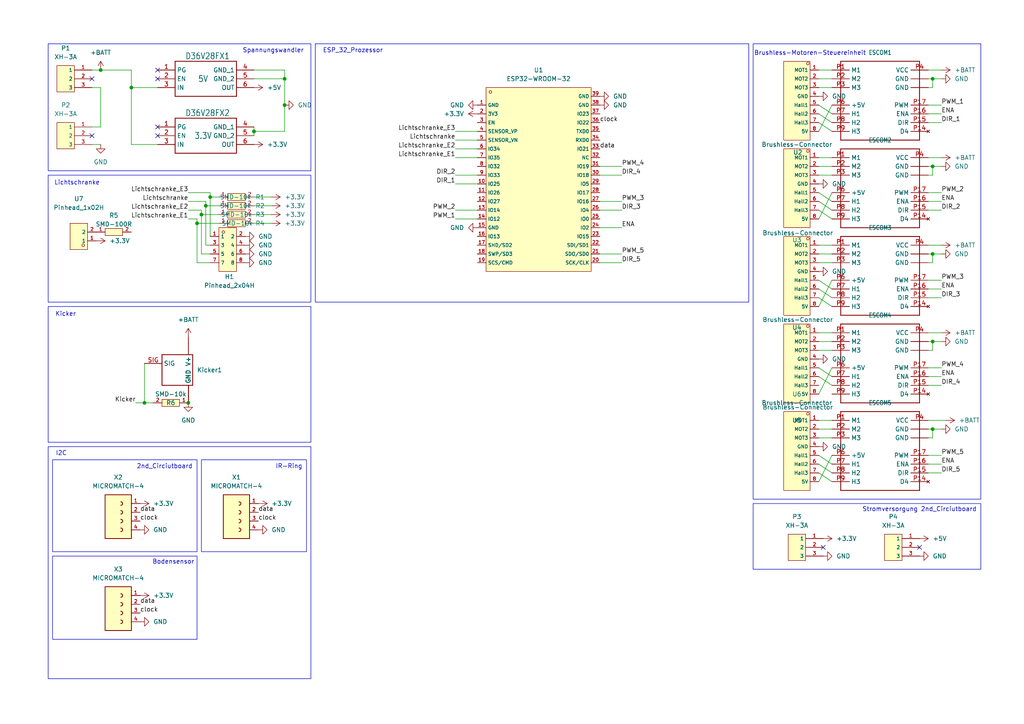
<source format=kicad_sch>
(kicad_sch (version 20250114) (generator "eeschema") (generator_version "9.0")
  (paper "A4")
  (lib_symbols
    (symbol "ESCOM_24/2_1"
      (property "Reference" "ESCOM" (at -11.43 12.7 0))
      (symbol "ESCOM_24/2_1_1_0"
        (pin bidirectional line (at -12.7 7.62 0) (length 5.08) (name "M1") (number "P1"))
        (pin bidirectional line (at -12.7 5.08 0) (length 5.08) (name "M2") (number "P2"))
        (pin bidirectional line (at -12.7 2.54 0) (length 5.08) (name "M3") (number "P3"))
        (pin bidirectional line (at -12.7 -2.54 0) (length 5.08) (name "+5V") (number "P6"))
        (pin bidirectional line (at -12.7 -5.08 0) (length 5.08) (name "H1") (number "P7"))
        (pin bidirectional line (at -12.7 -7.62 0) (length 5.08) (name "H2") (number "P8"))
        (pin bidirectional line (at -12.7 -10.16 0) (length 5.08) (name "H3") (number "P9"))
        (pin power_in line (at 15.24 7.62 180) (length 5.08) (name "VCC") (number "P4"))
        (pin power_in line (at 15.24 5.08 180) (length 5.08) (name "GND") (number "P5"))
        (pin power_in line (at 15.24 2.54 180) (length 5.08) (name "GND") (number "P18"))
        (pin bidirectional line (at 15.24 -2.54 180) (length 5.08) (name "PWM") (number "P17"))
        (pin bidirectional line (at 15.24 -5.08 180) (length 5.08) (name "ENA") (number "P16"))
        (pin bidirectional line (at 15.24 -7.62 180) (length 5.08) (name "DIR") (number "P15"))
        (pin no_connect line (at 15.24 -10.16 180) (length 5.08) (name "D4") (number "P14"))
      )
      (symbol "ESCOM_24/2_1_1_1"
        (pin no_connect line (at -31.75 25.4 0) (length 2.54) (hide yes) (name "P22") (number "P22"))
        (pin no_connect line (at -31.75 22.86 0) (length 2.54) (hide yes) (name "P23") (number "P23"))
        (pin no_connect line (at -31.75 20.32 0) (length 2.54) (hide yes) (name "P24") (number "P24"))
        (pin no_connect line (at -11.43 25.4 0) (length 2.54) (hide yes) (name "P18") (number "P18"))
        (pin no_connect line (at -11.43 22.86 0) (length 2.54) (hide yes) (name "P19") (number "P19"))
        (pin no_connect line (at -11.43 20.32 0) (length 2.54) (hide yes) (name "P20") (number "P20"))
        (pin no_connect line (at -11.43 17.78 0) (length 2.54) (hide yes) (name "P21") (number "P21"))
        (pin no_connect line (at 21.59 25.4 0) (length 2.54) (hide yes) (name "P13") (number "P13"))
        (pin no_connect line (at 21.59 22.86 0) (length 2.54) (hide yes) (name "P12") (number "P12"))
        (pin no_connect line (at 21.59 20.32 0) (length 2.54) (hide yes) (name "P11") (number "P11"))
        (pin no_connect line (at 21.59 17.78 0) (length 2.54) (hide yes) (name "P10") (number "P10"))
      )
    )
    (symbol "ESCOM_24/2_2"
      (property "Reference" "ESCOM" (at -11.43 12.7 0))
      (symbol "ESCOM_24/2_2_1_0"
        (pin bidirectional line (at -12.7 7.62 0) (length 5.08) (name "M1") (number "P1"))
        (pin bidirectional line (at -12.7 5.08 0) (length 5.08) (name "M2") (number "P2"))
        (pin bidirectional line (at -12.7 2.54 0) (length 5.08) (name "M3") (number "P3"))
        (pin bidirectional line (at -12.7 -2.54 0) (length 5.08) (name "+5V") (number "P6"))
        (pin bidirectional line (at -12.7 -5.08 0) (length 5.08) (name "H1") (number "P7"))
        (pin bidirectional line (at -12.7 -7.62 0) (length 5.08) (name "H2") (number "P8"))
        (pin bidirectional line (at -12.7 -10.16 0) (length 5.08) (name "H3") (number "P9"))
        (pin power_in line (at 15.24 7.62 180) (length 5.08) (name "VCC") (number "P4"))
        (pin power_in line (at 15.24 5.08 180) (length 5.08) (name "GND") (number "P5"))
        (pin power_in line (at 15.24 2.54 180) (length 5.08) (name "GND") (number "P18"))
        (pin bidirectional line (at 15.24 -2.54 180) (length 5.08) (name "PWM") (number "P17"))
        (pin bidirectional line (at 15.24 -5.08 180) (length 5.08) (name "ENA") (number "P16"))
        (pin bidirectional line (at 15.24 -7.62 180) (length 5.08) (name "DIR") (number "P15"))
        (pin no_connect line (at 15.24 -10.16 180) (length 5.08) (name "D4") (number "P14"))
      )
      (symbol "ESCOM_24/2_2_1_1"
        (pin no_connect line (at -31.75 25.4 0) (length 2.54) (hide yes) (name "P22") (number "P22"))
        (pin no_connect line (at -31.75 22.86 0) (length 2.54) (hide yes) (name "P23") (number "P23"))
        (pin no_connect line (at -31.75 20.32 0) (length 2.54) (hide yes) (name "P24") (number "P24"))
        (pin no_connect line (at -11.43 25.4 0) (length 2.54) (hide yes) (name "P18") (number "P18"))
        (pin no_connect line (at -11.43 22.86 0) (length 2.54) (hide yes) (name "P19") (number "P19"))
        (pin no_connect line (at -11.43 20.32 0) (length 2.54) (hide yes) (name "P20") (number "P20"))
        (pin no_connect line (at -11.43 17.78 0) (length 2.54) (hide yes) (name "P21") (number "P21"))
        (pin no_connect line (at 21.59 25.4 0) (length 2.54) (hide yes) (name "P13") (number "P13"))
        (pin no_connect line (at 21.59 22.86 0) (length 2.54) (hide yes) (name "P12") (number "P12"))
        (pin no_connect line (at 21.59 20.32 0) (length 2.54) (hide yes) (name "P11") (number "P11"))
        (pin no_connect line (at 21.59 17.78 0) (length 2.54) (hide yes) (name "P10") (number "P10"))
      )
    )
    (symbol "ESCOM_24/2_3"
      (property "Reference" "ESCOM" (at -11.43 12.7 0))
      (symbol "ESCOM_24/2_3_1_0"
        (pin bidirectional line (at -12.7 7.62 0) (length 5.08) (name "M1") (number "P1"))
        (pin bidirectional line (at -12.7 5.08 0) (length 5.08) (name "M2") (number "P2"))
        (pin bidirectional line (at -12.7 2.54 0) (length 5.08) (name "M3") (number "P3"))
        (pin bidirectional line (at -12.7 -2.54 0) (length 5.08) (name "+5V") (number "P6"))
        (pin bidirectional line (at -12.7 -5.08 0) (length 5.08) (name "H1") (number "P7"))
        (pin bidirectional line (at -12.7 -7.62 0) (length 5.08) (name "H2") (number "P8"))
        (pin bidirectional line (at -12.7 -10.16 0) (length 5.08) (name "H3") (number "P9"))
        (pin power_in line (at 15.24 7.62 180) (length 5.08) (name "VCC") (number "P4"))
        (pin power_in line (at 15.24 5.08 180) (length 5.08) (name "GND") (number "P5"))
        (pin power_in line (at 15.24 2.54 180) (length 5.08) (name "GND") (number "P18"))
        (pin bidirectional line (at 15.24 -2.54 180) (length 5.08) (name "PWM") (number "P17"))
        (pin bidirectional line (at 15.24 -5.08 180) (length 5.08) (name "ENA") (number "P16"))
        (pin bidirectional line (at 15.24 -7.62 180) (length 5.08) (name "DIR") (number "P15"))
        (pin no_connect line (at 15.24 -10.16 180) (length 5.08) (name "D4") (number "P14"))
      )
      (symbol "ESCOM_24/2_3_1_1"
        (pin no_connect line (at -31.75 25.4 0) (length 2.54) (hide yes) (name "P22") (number "P22"))
        (pin no_connect line (at -31.75 22.86 0) (length 2.54) (hide yes) (name "P23") (number "P23"))
        (pin no_connect line (at -31.75 20.32 0) (length 2.54) (hide yes) (name "P24") (number "P24"))
        (pin no_connect line (at -11.43 25.4 0) (length 2.54) (hide yes) (name "P18") (number "P18"))
        (pin no_connect line (at -11.43 22.86 0) (length 2.54) (hide yes) (name "P19") (number "P19"))
        (pin no_connect line (at -11.43 20.32 0) (length 2.54) (hide yes) (name "P20") (number "P20"))
        (pin no_connect line (at -11.43 17.78 0) (length 2.54) (hide yes) (name "P21") (number "P21"))
        (pin no_connect line (at 21.59 25.4 0) (length 2.54) (hide yes) (name "P13") (number "P13"))
        (pin no_connect line (at 21.59 22.86 0) (length 2.54) (hide yes) (name "P12") (number "P12"))
        (pin no_connect line (at 21.59 20.32 0) (length 2.54) (hide yes) (name "P11") (number "P11"))
        (pin no_connect line (at 21.59 17.78 0) (length 2.54) (hide yes) (name "P10") (number "P10"))
      )
    )
    (symbol "ESCOM_24/2_4"
      (property "Reference" "ESCOM" (at -11.43 12.7 0))
      (symbol "ESCOM_24/2_4_1_0"
        (pin bidirectional line (at -12.7 7.62 0) (length 5.08) (name "M1") (number "P1"))
        (pin bidirectional line (at -12.7 5.08 0) (length 5.08) (name "M2") (number "P2"))
        (pin bidirectional line (at -12.7 2.54 0) (length 5.08) (name "M3") (number "P3"))
        (pin bidirectional line (at -12.7 -2.54 0) (length 5.08) (name "+5V") (number "P6"))
        (pin bidirectional line (at -12.7 -5.08 0) (length 5.08) (name "H1") (number "P7"))
        (pin bidirectional line (at -12.7 -7.62 0) (length 5.08) (name "H2") (number "P8"))
        (pin bidirectional line (at -12.7 -10.16 0) (length 5.08) (name "H3") (number "P9"))
        (pin power_in line (at 15.24 7.62 180) (length 5.08) (name "VCC") (number "P4"))
        (pin power_in line (at 15.24 5.08 180) (length 5.08) (name "GND") (number "P5"))
        (pin power_in line (at 15.24 2.54 180) (length 5.08) (name "GND") (number "P18"))
        (pin bidirectional line (at 15.24 -2.54 180) (length 5.08) (name "PWM") (number "P17"))
        (pin bidirectional line (at 15.24 -5.08 180) (length 5.08) (name "ENA") (number "P16"))
        (pin bidirectional line (at 15.24 -7.62 180) (length 5.08) (name "DIR") (number "P15"))
        (pin no_connect line (at 15.24 -10.16 180) (length 5.08) (name "D4") (number "P14"))
      )
      (symbol "ESCOM_24/2_4_1_1"
        (pin no_connect line (at -31.75 25.4 0) (length 2.54) (hide yes) (name "P22") (number "P22"))
        (pin no_connect line (at -31.75 22.86 0) (length 2.54) (hide yes) (name "P23") (number "P23"))
        (pin no_connect line (at -31.75 20.32 0) (length 2.54) (hide yes) (name "P24") (number "P24"))
        (pin no_connect line (at -11.43 25.4 0) (length 2.54) (hide yes) (name "P18") (number "P18"))
        (pin no_connect line (at -11.43 22.86 0) (length 2.54) (hide yes) (name "P19") (number "P19"))
        (pin no_connect line (at -11.43 20.32 0) (length 2.54) (hide yes) (name "P20") (number "P20"))
        (pin no_connect line (at -11.43 17.78 0) (length 2.54) (hide yes) (name "P21") (number "P21"))
        (pin no_connect line (at 21.59 25.4 0) (length 2.54) (hide yes) (name "P13") (number "P13"))
        (pin no_connect line (at 21.59 22.86 0) (length 2.54) (hide yes) (name "P12") (number "P12"))
        (pin no_connect line (at 21.59 20.32 0) (length 2.54) (hide yes) (name "P11") (number "P11"))
        (pin no_connect line (at 21.59 17.78 0) (length 2.54) (hide yes) (name "P10") (number "P10"))
      )
    )
    (symbol "bohlebots.lib:+3.3V" (power) (pin_names (offset 0))
      (property "Value" "+3.3V" (at 0 3.556 0))
      (symbol "+3.3V_1_1"
        (pin power_in line (at 0 0 90) (length 0) (hide yes) (name "+3.3V") (number "1"))
      )
    )
    (symbol "bohlebots.lib:+5V" (power) (pin_names (offset 0))
      (property "Value" "+5V" (at 0 3.556 0))
      (symbol "+5V_1_1"
        (pin power_in line (at 0 0 90) (length 0) (hide yes) (name "+5V") (number "1"))
      )
    )
    (symbol "bohlebots.lib:+BATT" (power) (pin_names (offset 0))
      (property "Value" "+BATT" (at 0 3.556 0))
      (symbol "+BATT_1_1"
        (pin power_in line (at 0 0 90) (length 0) (hide yes) (name "+BATT") (number "1"))
      )
    )
    (symbol "bohlebots.lib:Brushless-Connector"
      (property "Reference" "U" (at 0 1.27 0))
      (property "Value" "Brushless-Connector" (at 0 -2.54 0))
      (symbol "Brushless-Connector_1_1"
        (pin unspecified line (at -5.08 8.89 0) (length 2.54) (name "MOT1") (number "1"))
        (pin unspecified line (at -5.08 6.35 0) (length 2.54) (name "MOT2") (number "2"))
        (pin unspecified line (at -5.08 3.81 0) (length 2.54) (name "MOT3") (number "3"))
        (pin unspecified line (at -5.08 1.27 0) (length 2.54) (name "GND") (number "4"))
        (pin unspecified line (at -5.08 -1.27 0) (length 2.54) (name "Hall1") (number "5"))
        (pin unspecified line (at -5.08 -3.81 0) (length 2.54) (name "Hall2") (number "6"))
        (pin unspecified line (at -5.08 -6.35 0) (length 2.54) (name "Hall3") (number "7"))
        (pin unspecified line (at -5.08 -8.89 0) (length 2.54) (name "5V") (number "8"))
      )
    )
    (symbol "bohlebots.lib:D36V28FX"
      (property "Reference" "D36V28FX" (at 24.13 7.62 0))
      (property "Value" "5V" (at 24.13 5.08 0))
      (symbol "D36V28FX_1_0"
        (pin bidirectional line (at 0 0 0) (length 5.08) (name "PG") (number "1"))
        (pin bidirectional line (at 0 -2.54 0) (length 5.08) (name "EN") (number "2"))
        (pin bidirectional line (at 0 -5.08 0) (length 5.08) (name "IN") (number "3"))
        (pin bidirectional line (at 27.94 0 180) (length 5.08) (name "GND_1") (number "4"))
        (pin bidirectional line (at 27.94 -2.54 180) (length 5.08) (name "GND_2") (number "5"))
        (pin bidirectional line (at 27.94 -5.08 180) (length 5.08) (name "OUT") (number "6"))
      )
    )
    (symbol "bohlebots.lib:ESCOM_24/2"
      (property "Reference" "ESCOM" (at -11.43 12.7 0))
      (symbol "ESCOM_24/2_1_0"
        (pin bidirectional line (at -12.7 7.62 0) (length 5.08) (name "M1") (number "P1"))
        (pin bidirectional line (at -12.7 5.08 0) (length 5.08) (name "M2") (number "P2"))
        (pin bidirectional line (at -12.7 2.54 0) (length 5.08) (name "M3") (number "P3"))
        (pin bidirectional line (at -12.7 -2.54 0) (length 5.08) (name "+5V") (number "P6"))
        (pin bidirectional line (at -12.7 -5.08 0) (length 5.08) (name "H1") (number "P7"))
        (pin bidirectional line (at -12.7 -7.62 0) (length 5.08) (name "H2") (number "P8"))
        (pin bidirectional line (at -12.7 -10.16 0) (length 5.08) (name "H3") (number "P9"))
        (pin power_in line (at 15.24 7.62 180) (length 5.08) (name "VCC") (number "P4"))
        (pin power_in line (at 15.24 5.08 180) (length 5.08) (name "GND") (number "P5"))
        (pin power_in line (at 15.24 2.54 180) (length 5.08) (name "GND") (number "P18"))
        (pin bidirectional line (at 15.24 -2.54 180) (length 5.08) (name "PWM") (number "P17"))
        (pin bidirectional line (at 15.24 -5.08 180) (length 5.08) (name "ENA") (number "P16"))
        (pin bidirectional line (at 15.24 -7.62 180) (length 5.08) (name "DIR") (number "P15"))
        (pin no_connect line (at 15.24 -10.16 180) (length 5.08) (name "D4") (number "P14"))
      )
      (symbol "ESCOM_24/2_1_1"
        (pin no_connect line (at -31.75 25.4 0) (length 2.54) (hide yes) (name "P22") (number "P22"))
        (pin no_connect line (at -31.75 22.86 0) (length 2.54) (hide yes) (name "P23") (number "P23"))
        (pin no_connect line (at -31.75 20.32 0) (length 2.54) (hide yes) (name "P24") (number "P24"))
        (pin no_connect line (at -11.43 25.4 0) (length 2.54) (hide yes) (name "P18") (number "P18"))
        (pin no_connect line (at -11.43 22.86 0) (length 2.54) (hide yes) (name "P19") (number "P19"))
        (pin no_connect line (at -11.43 20.32 0) (length 2.54) (hide yes) (name "P20") (number "P20"))
        (pin no_connect line (at -11.43 17.78 0) (length 2.54) (hide yes) (name "P21") (number "P21"))
        (pin no_connect line (at 21.59 25.4 0) (length 2.54) (hide yes) (name "P13") (number "P13"))
        (pin no_connect line (at 21.59 22.86 0) (length 2.54) (hide yes) (name "P12") (number "P12"))
        (pin no_connect line (at 21.59 20.32 0) (length 2.54) (hide yes) (name "P11") (number "P11"))
        (pin no_connect line (at 21.59 17.78 0) (length 2.54) (hide yes) (name "P10") (number "P10"))
      )
    )
    (symbol "bohlebots.lib:ESP32-WROOM-32"
      (property "Reference" "U" (at 0 1.27 0))
      (property "Value" "ESP32-WROOM-32" (at 0 -2.54 0))
      (symbol "ESP32-WROOM-32_0_1"
        (pin unspecified line (at -17.78 22.86 0) (length 2.54) (name "GND") (number "1"))
        (pin unspecified line (at -17.78 20.32 0) (length 2.54) (name "3V3") (number "2"))
        (pin unspecified line (at -17.78 17.78 0) (length 2.54) (name "EN") (number "3"))
        (pin unspecified line (at -17.78 15.24 0) (length 2.54) (name "SENSOR_VP") (number "4"))
        (pin unspecified line (at -17.78 12.7 0) (length 2.54) (name "SENSOR_VN") (number "5"))
        (pin unspecified line (at -17.78 10.16 0) (length 2.54) (name "IO34") (number "6"))
        (pin unspecified line (at -17.78 7.62 0) (length 2.54) (name "IO35") (number "7"))
        (pin unspecified line (at -17.78 5.08 0) (length 2.54) (name "IO32") (number "8"))
        (pin unspecified line (at -17.78 2.54 0) (length 2.54) (name "IO33") (number "9"))
        (pin unspecified line (at -17.78 0 0) (length 2.54) (name "IO25") (number "10"))
        (pin unspecified line (at -17.78 -2.54 0) (length 2.54) (name "IO26") (number "11"))
        (pin unspecified line (at -17.78 -5.08 0) (length 2.54) (name "IO27") (number "12"))
        (pin unspecified line (at -17.78 -7.62 0) (length 2.54) (name "IO14") (number "13"))
        (pin unspecified line (at -17.78 -10.16 0) (length 2.54) (name "IO12") (number "14"))
        (pin unspecified line (at -17.78 -12.7 0) (length 2.54) (name "GND") (number "15"))
        (pin unspecified line (at -17.78 -15.24 0) (length 2.54) (name "IO13") (number "16"))
        (pin unspecified line (at -17.78 -17.78 0) (length 2.54) (name "SHD/SD2") (number "17"))
        (pin unspecified line (at -17.78 -20.32 0) (length 2.54) (name "SWP/SD3") (number "18"))
        (pin unspecified line (at -17.78 -22.86 0) (length 2.54) (name "SCS/CMD") (number "19"))
        (pin unspecified line (at 17.78 25.4 180) (length 2.54) (name "GND") (number "39"))
        (pin unspecified line (at 17.78 22.86 180) (length 2.54) (name "GND") (number "38"))
        (pin unspecified line (at 17.78 20.32 180) (length 2.54) (name "IO23") (number "37"))
        (pin unspecified line (at 17.78 17.78 180) (length 2.54) (name "IO22") (number "36"))
        (pin unspecified line (at 17.78 15.24 180) (length 2.54) (name "TXD0") (number "35"))
        (pin unspecified line (at 17.78 12.7 180) (length 2.54) (name "RXD0") (number "34"))
        (pin unspecified line (at 17.78 10.16 180) (length 2.54) (name "IO21") (number "33"))
        (pin unspecified line (at 17.78 7.62 180) (length 2.54) (name "NC") (number "32"))
        (pin unspecified line (at 17.78 5.08 180) (length 2.54) (name "IO19") (number "31"))
        (pin unspecified line (at 17.78 2.54 180) (length 2.54) (name "IO18") (number "30"))
        (pin unspecified line (at 17.78 0 180) (length 2.54) (name "IO5") (number "29"))
        (pin unspecified line (at 17.78 -2.54 180) (length 2.54) (name "IO17") (number "28"))
        (pin unspecified line (at 17.78 -5.08 180) (length 2.54) (name "IO16") (number "27"))
        (pin unspecified line (at 17.78 -7.62 180) (length 2.54) (name "IO4") (number "26"))
        (pin unspecified line (at 17.78 -10.16 180) (length 2.54) (name "IO0") (number "25"))
        (pin unspecified line (at 17.78 -12.7 180) (length 2.54) (name "IO2") (number "24"))
        (pin unspecified line (at 17.78 -15.24 180) (length 2.54) (name "IO15") (number "23"))
        (pin unspecified line (at 17.78 -17.78 180) (length 2.54) (name "SDI/SD1") (number "22"))
        (pin unspecified line (at 17.78 -20.32 180) (length 2.54) (name "SDO/SD0") (number "21"))
        (pin unspecified line (at 17.78 -22.86 180) (length 2.54) (name "SCK/CLK") (number "20"))
      )
    )
    (symbol "bohlebots.lib:GND" (power) (pin_names (offset 0))
      (property "Value" "GND" (at 0 -3.81 0))
      (symbol "GND_1_1"
        (pin power_in line (at 0 0 270) (length 0) (hide yes) (name "GND") (number "1"))
      )
    )
    (symbol "bohlebots.lib:KICKER"
      (property "Reference" "Kicker" (at -5.08 3.81 0))
      (symbol "KICKER_1_0"
        (pin bidirectional line (at -12.7 0 0) (length 5.08) (name "SIG") (number "SIG"))
        (pin bidirectional line (at 0 7.62 270) (length 5.08) (name "V+") (number "V+1"))
        (pin bidirectional line (at 0 7.62 270) (length 5.08) (name "V+") (number "V+2"))
        (pin bidirectional line (at 0 7.62 270) (length 5.08) (name "V+") (number "V+3"))
        (pin bidirectional line (at 0 -11.43 90) (length 5.08) (name "GND") (number "GND1"))
        (pin bidirectional line (at 0 -11.43 90) (length 5.08) (name "GND") (number "GND2"))
        (pin bidirectional line (at 0 -11.43 90) (length 5.08) (name "GND") (number "GND3"))
        (pin bidirectional line (at 0 -11.43 90) (length 5.08) (name "GND") (number "GND4"))
        (pin bidirectional line (at 0 -11.43 90) (length 5.08) (name "GND") (number "GND5"))
        (pin bidirectional line (at 0 -11.43 90) (length 5.08) (name "GND") (number "GND6"))
        (pin bidirectional line (at 0 -11.43 90) (length 5.08) (name "GND") (number "GND7"))
        (pin bidirectional line (at 0 -11.43 90) (length 5.08) (name "GND") (number "GND8"))
      )
    )
    (symbol "bohlebots.lib:MICROMATCH-4" (pin_names (offset 1.016))
      (property "Reference" "X1" (at -1.27 7.62 0))
      (property "Value" "MICROMATCH-4" (at -1.27 5.08 0))
      (symbol "MICROMATCH-4_0_0"
        (pin bidirectional line (at 5.08 -2.54 180) (length 2.54) (name "~") (number "2"))
        (pin bidirectional line (at 5.08 -5.08 180) (length 2.54) (name "~") (number "3"))
      )
      (symbol "MICROMATCH-4_1_0"
        (pin unspecified line (at 5.08 0 180) (length 2.54) (name "~") (number "1"))
        (pin unspecified line (at 5.08 -7.62 180) (length 2.54) (name "~") (number "4"))
      )
    )
    (symbol "bohlebots.lib:Pinhead_1x02H"
      (property "Reference" "U" (at 0 1.27 0))
      (property "Value" "Pinhead_1x02H" (at 0 -2.54 0))
      (symbol "Pinhead_1x02H_0_1"
        (pin unspecified line (at -5.08 1.27 0) (length 2.54) (name "1") (number "1"))
        (pin unspecified line (at -5.08 -1.27 0) (length 2.54) (name "2") (number "2"))
      )
    )
    (symbol "bohlebots.lib:Pinhead_2x04H"
      (property "Reference" "H" (at 0 1.27 0))
      (property "Value" "Pinhead_2x04H" (at 0 -2.54 0))
      (symbol "Pinhead_2x04H_0_1"
        (pin unspecified line (at -5.08 3.81 0) (length 2.54) (name "1") (number "1"))
        (pin unspecified line (at -5.08 1.27 0) (length 2.54) (name "3") (number "3"))
        (pin unspecified line (at -5.08 -1.27 0) (length 2.54) (name "5") (number "5"))
        (pin unspecified line (at -5.08 -3.81 0) (length 2.54) (name "7") (number "7"))
        (pin unspecified line (at 5.08 3.81 180) (length 2.54) (name "2") (number "2"))
        (pin unspecified line (at 5.08 1.27 180) (length 2.54) (name "4") (number "4"))
        (pin unspecified line (at 5.08 -1.27 180) (length 2.54) (name "6") (number "6"))
        (pin unspecified line (at 5.08 -3.81 180) (length 2.54) (name "8") (number "8"))
      )
    )
    (symbol "bohlebots.lib:SMD-100R" (pin_names (hide yes))
      (property "Reference" "R" (at 0 1.27 0))
      (property "Value" "SMD-100R" (at 0 -2.54 0))
      (symbol "SMD-100R_1_1"
        (pin unspecified line (at -5.08 0 0) (length 2.54) (name "1") (number "1"))
        (pin unspecified line (at 5.08 0 180) (length 2.54) (name "2") (number "2"))
      )
    )
    (symbol "bohlebots.lib:SMD-10k" (pin_names (hide yes))
      (property "Reference" "R" (at 0 1.27 0))
      (property "Value" "SMD-10k" (at 0 -2.54 0))
      (symbol "SMD-10k_1_1"
        (pin unspecified line (at -5.08 0 0) (length 2.54) (name "1") (number "1"))
        (pin unspecified line (at 5.08 0 180) (length 2.54) (name "2") (number "2"))
      )
    )
    (symbol "bohlebots.lib:XH-3A"
      (property "Reference" "P" (at 0 1.27 0))
      (property "Value" "XH-3A" (at 0 -2.54 0))
      (symbol "XH-3A_0_1"
        (pin unspecified line (at 5.08 2.54 180) (length 5.08) (name "1") (number "1"))
        (pin unspecified line (at 5.08 0 180) (length 5.08) (name "2") (number "2"))
        (pin unspecified line (at 5.08 -2.54 180) (length 5.08) (name "3") (number "3"))
      )
    )
  )
  (rectangle (start 218.44 146.05) (end 284.48 165.1))
  (rectangle (start 58.42 133.35) (end 88.9 160.02))
  (rectangle (start 218.44 12.7) (end 284.48 144.78))
  (rectangle (start 15.24 133.35) (end 57.15 160.02))
  (rectangle (start 91.44 12.7) (end 217.17 87.63))
  (rectangle (start 15.24 161.29) (end 57.15 185.42))
  (rectangle (start 13.97 88.9) (end 90.17 128.27))
  (rectangle (start 13.97 129.54) (end 90.17 196.85))
  (rectangle (start 13.97 12.7) (end 90.17 49.53))
  (rectangle (start 13.97 50.8) (end 90.17 87.63))
  (text "Bodensensor" (at 50.292 163.068 0) (effects (font (size 1.27 1.27))))
  (text "Lichtschranke" (at 22.352 53.086 0) (effects (font (size 1.27 1.27))))
  (text "Kicker" (at 19.05 91.186 0) (effects (font (size 1.27 1.27))))
  (text "ESP_32_Prozessor" (at 102.362 14.732 0) (effects (font (size 1.27 1.27))))
  (text "I2C\n" (at 17.78 131.572 0) (effects (font (size 1.27 1.27))))
  (text "Spannungswandler" (at 79.248 14.732 0) (effects (font (size 1.27 1.27))))
  (text "IR-Ring\n" (at 83.82 135.382 0) (effects (font (size 1.27 1.27))))
  (text "Brushless-Motoren-Steuereinheit" (at 234.95 15.494 0) (effects (font (size 1.27 1.27))))
  (text "Stromversorgung 2nd_Circiutboard" (at 266.7 147.828 0) (effects (font (size 1.27 1.27))))
  (text "2nd_Circiutboard" (at 47.752 135.382 0) (effects (font (size 1.27 1.27))))
  (junction (at 270.51 124.46))
  (junction (at 54.61 116.84))
  (junction (at 38.1 25.4))
  (junction (at 41.91 116.84))
  (junction (at 59.69 59.69))
  (junction (at 29.21 20.32))
  (junction (at 60.96 57.15))
  (junction (at 270.51 22.86))
  (junction (at 270.51 99.06))
  (junction (at 82.55 30.48))
  (junction (at 58.42 62.23))
  (junction (at 270.51 73.66))
  (junction (at 73.66 38.1))
  (junction (at 270.51 48.26))
  (junction (at 57.15 64.77))
  (junction (at 82.55 22.86))
  (no_connect (at 45.72 36.83))
  (no_connect (at 26.67 22.86))
  (no_connect (at 45.72 22.86))
  (no_connect (at 266.7 158.75))
  (no_connect (at 45.72 39.37))
  (no_connect (at 26.67 39.37))
  (no_connect (at 45.72 20.32))
  (no_connect (at 238.76 158.75))
  (wire (pts (xy 237.49 76.2) (xy 241.3 76.2)))
  (wire (pts (xy 273.05 106.68) (xy 269.24 106.68)))
  (wire (pts (xy 237.49 124.46) (xy 241.3 124.46)))
  (wire (pts (xy 237.49 121.92) (xy 241.3 121.92)))
  (wire (pts (xy 132.08 45.72) (xy 138.43 45.72)))
  (wire (pts (xy 237.49 132.08) (xy 241.3 134.62)))
  (wire (pts (xy 237.49 58.42) (xy 241.3 60.96)))
  (wire (pts (xy 269.24 60.96) (xy 273.05 60.96)))
  (wire (pts (xy 57.15 64.77) (xy 63.5 64.77)))
  (wire (pts (xy 38.1 25.4) (xy 45.72 25.4)))
  (wire (pts (xy 269.24 121.92) (xy 274.32 121.92)))
  (wire (pts (xy 173.99 58.42) (xy 180.34 58.42)))
  (wire (pts (xy 26.67 20.32) (xy 29.21 20.32)))
  (wire (pts (xy 241.3 101.6) (xy 237.49 101.6)))
  (wire (pts (xy 73.66 22.86) (xy 82.55 22.86)))
  (wire (pts (xy 82.55 30.48) (xy 82.55 38.1)))
  (wire (pts (xy 237.49 35.56) (xy 241.3 38.1)))
  (wire (pts (xy 60.96 73.66) (xy 58.42 73.66)))
  (wire (pts (xy 73.66 20.32) (xy 82.55 20.32)))
  (wire (pts (xy 58.42 73.66) (xy 58.42 62.23)))
  (wire (pts (xy 270.51 48.26) (xy 273.05 48.26)))
  (wire (pts (xy 270.51 99.06) (xy 273.05 99.06)))
  (wire (pts (xy 237.49 83.82) (xy 241.3 86.36)))
  (wire (pts (xy 237.49 106.68) (xy 241.3 109.22)))
  (wire (pts (xy 269.24 137.16) (xy 273.05 137.16)))
  (wire (pts (xy 73.66 59.69) (xy 78.74 59.69)))
  (wire (pts (xy 59.69 59.69) (xy 63.5 59.69)))
  (wire (pts (xy 237.49 109.22) (xy 241.3 111.76)))
  (wire (pts (xy 173.99 48.26) (xy 180.34 48.26)))
  (wire (pts (xy 269.24 25.4) (xy 270.51 25.4)))
  (wire (pts (xy 270.51 101.6) (xy 270.51 99.06)))
  (wire (pts (xy 73.66 57.15) (xy 78.74 57.15)))
  (wire (pts (xy 132.08 50.8) (xy 138.43 50.8)))
  (wire (pts (xy 269.24 45.72) (xy 273.05 45.72)))
  (wire (pts (xy 132.08 60.96) (xy 138.43 60.96)))
  (wire (pts (xy 270.51 127) (xy 270.51 124.46)))
  (wire (pts (xy 269.24 101.6) (xy 270.51 101.6)))
  (wire (pts (xy 132.08 63.5) (xy 138.43 63.5)))
  (wire (pts (xy 58.42 60.96) (xy 54.61 60.96)))
  (wire (pts (xy 26.67 25.4) (xy 29.21 25.4)))
  (wire (pts (xy 29.21 20.32) (xy 38.1 20.32)))
  (wire (pts (xy 57.15 64.77) (xy 57.15 63.5)))
  (wire (pts (xy 270.51 50.8) (xy 270.51 48.26)))
  (wire (pts (xy 269.24 99.06) (xy 270.51 99.06)))
  (wire (pts (xy 132.08 38.1) (xy 138.43 38.1)))
  (wire (pts (xy 270.51 73.66) (xy 273.05 73.66)))
  (wire (pts (xy 237.49 99.06) (xy 241.3 99.06)))
  (wire (pts (xy 82.55 38.1) (xy 73.66 38.1)))
  (wire (pts (xy 237.49 88.9) (xy 241.3 81.28)))
  (wire (pts (xy 237.49 20.32) (xy 241.3 20.32)))
  (wire (pts (xy 132.08 53.34) (xy 138.43 53.34)))
  (wire (pts (xy 38.1 25.4) (xy 38.1 41.91)))
  (wire (pts (xy 73.66 38.1) (xy 73.66 39.37)))
  (wire (pts (xy 269.24 109.22) (xy 273.05 109.22)))
  (wire (pts (xy 57.15 63.5) (xy 54.61 63.5)))
  (wire (pts (xy 241.3 106.68) (xy 237.49 114.3)))
  (wire (pts (xy 237.49 63.5) (xy 241.3 55.88)))
  (wire (pts (xy 273.05 55.88) (xy 269.24 55.88)))
  (wire (pts (xy 269.24 73.66) (xy 270.51 73.66)))
  (wire (pts (xy 38.1 25.4) (xy 38.1 20.32)))
  (wire (pts (xy 269.24 76.2) (xy 270.51 76.2)))
  (wire (pts (xy 237.49 81.28) (xy 241.3 83.82)))
  (wire (pts (xy 241.3 73.66) (xy 237.49 73.66)))
  (wire (pts (xy 60.96 55.88) (xy 54.61 55.88)))
  (wire (pts (xy 269.24 134.62) (xy 273.05 134.62)))
  (wire (pts (xy 39.37 116.84) (xy 41.91 116.84)))
  (wire (pts (xy 270.51 124.46) (xy 273.05 124.46)))
  (wire (pts (xy 237.49 137.16) (xy 241.3 139.7)))
  (wire (pts (xy 270.51 25.4) (xy 270.51 22.86)))
  (wire (pts (xy 269.24 132.08) (xy 273.05 132.08)))
  (wire (pts (xy 269.24 127) (xy 270.51 127)))
  (wire (pts (xy 237.49 134.62) (xy 241.3 137.16)))
  (wire (pts (xy 273.05 33.02) (xy 269.24 33.02)))
  (wire (pts (xy 60.96 57.15) (xy 60.96 55.88)))
  (wire (pts (xy 59.69 71.12) (xy 59.69 59.69)))
  (wire (pts (xy 241.3 50.8) (xy 237.49 50.8)))
  (wire (pts (xy 269.24 20.32) (xy 273.05 20.32)))
  (wire (pts (xy 269.24 111.76) (xy 273.05 111.76)))
  (wire (pts (xy 60.96 68.58) (xy 60.96 57.15)))
  (wire (pts (xy 60.96 57.15) (xy 63.5 57.15)))
  (wire (pts (xy 132.08 43.18) (xy 138.43 43.18)))
  (wire (pts (xy 173.99 60.96) (xy 180.34 60.96)))
  (wire (pts (xy 270.51 76.2) (xy 270.51 73.66)))
  (wire (pts (xy 60.96 71.12) (xy 59.69 71.12)))
  (wire (pts (xy 273.05 30.48) (xy 269.24 30.48)))
  (wire (pts (xy 237.49 60.96) (xy 241.3 63.5)))
  (wire (pts (xy 45.72 41.91) (xy 38.1 41.91)))
  (wire (pts (xy 269.24 58.42) (xy 273.05 58.42)))
  (wire (pts (xy 173.99 73.66) (xy 180.34 73.66)))
  (wire (pts (xy 237.49 33.02) (xy 241.3 35.56)))
  (wire (pts (xy 269.24 50.8) (xy 270.51 50.8)))
  (wire (pts (xy 132.08 40.64) (xy 138.43 40.64)))
  (wire (pts (xy 269.24 48.26) (xy 270.51 48.26)))
  (wire (pts (xy 173.99 76.2) (xy 180.34 76.2)))
  (wire (pts (xy 237.49 25.4) (xy 241.3 25.4)))
  (wire (pts (xy 29.21 36.83) (xy 26.67 36.83)))
  (wire (pts (xy 237.49 48.26) (xy 241.3 48.26)))
  (wire (pts (xy 269.24 86.36) (xy 273.05 86.36)))
  (wire (pts (xy 237.49 55.88) (xy 241.3 58.42)))
  (wire (pts (xy 237.49 86.36) (xy 241.3 88.9)))
  (wire (pts (xy 41.91 105.41) (xy 41.91 116.84)))
  (wire (pts (xy 269.24 71.12) (xy 273.05 71.12)))
  (wire (pts (xy 237.49 127) (xy 241.3 127)))
  (wire (pts (xy 237.49 30.48) (xy 241.3 33.02)))
  (wire (pts (xy 73.66 64.77) (xy 78.74 64.77)))
  (wire (pts (xy 237.49 38.1) (xy 241.3 30.48)))
  (wire (pts (xy 269.24 96.52) (xy 273.05 96.52)))
  (wire (pts (xy 82.55 20.32) (xy 82.55 22.86)))
  (wire (pts (xy 237.49 71.12) (xy 241.3 71.12)))
  (wire (pts (xy 273.05 81.28) (xy 269.24 81.28)))
  (wire (pts (xy 58.42 62.23) (xy 58.42 60.96)))
  (wire (pts (xy 59.69 59.69) (xy 59.69 58.42)))
  (wire (pts (xy 29.21 41.91) (xy 26.67 41.91)))
  (wire (pts (xy 173.99 66.04) (xy 180.34 66.04)))
  (wire (pts (xy 270.51 22.86) (xy 273.05 22.86)))
  (wire (pts (xy 73.66 62.23) (xy 78.74 62.23)))
  (wire (pts (xy 57.15 76.2) (xy 57.15 64.77)))
  (wire (pts (xy 269.24 83.82) (xy 273.05 83.82)))
  (wire (pts (xy 237.49 139.7) (xy 241.3 132.08)))
  (wire (pts (xy 60.96 76.2) (xy 57.15 76.2)))
  (wire (pts (xy 41.91 116.84) (xy 44.45 116.84)))
  (wire (pts (xy 29.21 25.4) (xy 29.21 36.83)))
  (wire (pts (xy 237.49 22.86) (xy 241.3 22.86)))
  (wire (pts (xy 73.66 36.83) (xy 73.66 38.1)))
  (wire (pts (xy 82.55 22.86) (xy 82.55 30.48)))
  (wire (pts (xy 269.24 22.86) (xy 270.51 22.86)))
  (wire (pts (xy 241.3 96.52) (xy 237.49 96.52)))
  (wire (pts (xy 59.69 58.42) (xy 54.61 58.42)))
  (wire (pts (xy 237.49 45.72) (xy 241.3 45.72)))
  (wire (pts (xy 173.99 50.8) (xy 180.34 50.8)))
  (wire (pts (xy 58.42 62.23) (xy 63.5 62.23)))
  (wire (pts (xy 269.24 124.46) (xy 270.51 124.46)))
  (wire (pts (xy 273.05 35.56) (xy 269.24 35.56)))
  (label "PWM_5" (at 273.05 132.08 0))
  (label "DIR_4" (at 273.05 111.76 0))
  (label "ENA" (at 273.05 134.62 0))
  (label "ENA" (at 273.05 83.82 0))
  (label "DIR_3" (at 180.34 60.96 0))
  (label "clock" (at 40.64 151.13 0))
  (label "PWM_5" (at 180.34 73.66 0))
  (label "PWM_1" (at 132.08 63.5 180))
  (label "Kicker" (at 39.37 116.84 180))
  (label "data" (at 40.64 148.59 0))
  (label "PWM_4" (at 180.34 48.26 0))
  (label "ENA" (at 273.05 33.02 0))
  (label "Lichtschranke_E1" (at 132.08 45.72 180))
  (label "clock" (at 40.64 177.8 0))
  (label "PWM_2" (at 132.08 60.96 180))
  (label "ENA" (at 180.34 66.04 0))
  (label "DIR_1" (at 273.05 35.56 0))
  (label "PWM_4" (at 273.05 106.68 0))
  (label "DIR_2" (at 132.08 50.8 180))
  (label "data" (at 74.93 148.59 0))
  (label "clock" (at 173.99 35.56 0))
  (label "ENA" (at 273.05 109.22 0))
  (label "data" (at 40.64 175.26 0))
  (label "data" (at 173.99 43.18 0))
  (label "DIR_1" (at 132.08 53.34 180))
  (label "Lichtschranke_E3" (at 132.08 38.1 180))
  (label "Lichtschranke_E2" (at 132.08 43.18 180))
  (label "ENA" (at 273.05 58.42 0))
  (label "DIR_5" (at 273.05 137.16 0))
  (label "DIR_2" (at 273.05 60.96 0))
  (label "PWM_2" (at 273.05 55.88 0))
  (label "DIR_3" (at 273.05 86.36 0))
  (label "DIR_5" (at 180.34 76.2 0))
  (label "PWM_1" (at 273.05 30.48 0))
  (label "DIR_4" (at 180.34 50.8 0))
  (label "Lichtschranke_E1" (at 54.61 63.5 180))
  (label "Lichtschranke_E2" (at 54.61 60.96 180))
  (label "PWM_3" (at 273.05 81.28 0))
  (label "Lichtschranke_E3" (at 54.61 55.88 180))
  (label "Lichtschranke" (at 132.08 40.64 180))
  (label "clock" (at 74.93 151.13 0))
  (label "Lichtschranke" (at 54.61 58.42 180))
  (label "PWM_3" (at 180.34 58.42 0))
  (symbol (lib_id "bohlebots.lib:ESP32-WROOM-32") (at 156.21 53.34 0) (unit 1)
    (property "Reference" "U1" (at 156.21 20.32 0))
    (property "Value" "ESP32-WROOM-32" (at 156.21 22.86 0))
    (property "Footprint" "footprint:WIFIM-SMD_ESP32-WROOM-32-N4" (effects (hide yes)))
    (property "Datasheet" "https://atta.szlcsc.com/upload/public/pdf/source/20210719/C82899_2D52724B6FAFABC419BCF308C5944296.pdf" (effects (hide yes)))
    (property "LCSC" "C82899" (effects (hide yes)))
  )
  (symbol (lib_id "bohlebots.lib:Brushless-Connector") (at 232.41 130.81 0) (mirror y) (unit 1)
    (property "Reference" "U6" (at 231.14 114.3 0))
    (property "Value" "Brushless-Connector" (at 231.14 116.84 0))
    (property "Footprint" "footprint:CONN-TH_B8B-PH-K-S-LF-SN" (effects (hide yes)))
    (property "Datasheet" "https://atta.szlcsc.com/upload/public/pdf/source/20180531/C157974_69BDAB2933C27488FE76A1C9314618F2.pdf" (effects (hide yes)))
    (property "LCSC" "C157974" (effects (hide yes)))
  )
  (symbol (lib_id "bohlebots.lib:XH-3A") (at 21.59 22.86 0) (unit 1)
    (property "Reference" "P1" (at 19.05 13.97 0))
    (property "Value" "XH-3A" (at 19.05 16.51 0))
    (property "Footprint" "footprint:CONN-TH_XH-3A" (effects (hide yes)))
    (property "Datasheet" "https://item.szlcsc.com/2690.html" (effects (hide yes)))
    (property "LCSC" "C2316" (effects (hide yes)))
  )
  (symbol (lib_id "bohlebots.lib:GND") (at 71.12 71.12 90) (unit 1)
    (property "Reference" "#PWR029" (effects (hide yes)))
    (property "Value" "GND" (at 74.93 71.1199 90) (effects (justify right)))
    (property "Description" "Power symbol creates a global label with name \"GND\" , ground" (effects (hide yes)))
  )
  (symbol (lib_name "ESCOM_24/2_4") (lib_id "bohlebots.lib:ESCOM_24/2") (at 254 129.54 0) (unit 1)
    (property "Reference" "ESCOM5" (at 255.27 116.84 0) (effects (font (size 1.27 1.0795))))
    (property "Value" "24_2" (effects (hide yes)))
    (property "Footprint" "footprint:ESCOM_24_2" (effects (hide yes)))
  )
  (symbol (lib_id "bohlebots.lib:D36V28FX") (at 45.72 20.32 0) (unit 1)
    (property "Reference" "D36V28FX1" (at 60.198 16.256 0) (effects (font (size 1.778 1.5113))))
    (property "Value" "5V" (at 58.928 22.86 0) (effects (font (size 1.778 1.5113))))
    (property "Footprint" "footprint:D36V28FX" (effects (hide yes)))
  )
  (symbol (lib_id "bohlebots.lib:GND") (at 273.05 99.06 90) (unit 1)
    (property "Reference" "#PWR016" (effects (hide yes)))
    (property "Value" "GND" (at 276.86 99.0599 90) (effects (justify right)))
    (property "Description" "Power symbol creates a global label with name \"GND\" , ground" (effects (hide yes)))
  )
  (symbol (lib_id "bohlebots.lib:KICKER") (at 54.61 105.41 0) (unit 1)
    (property "Reference" "Kicker1" (at 57.15 107.3149 0) (effects (justify left)))
    (property "Footprint" "footprint:KICKER" (effects (hide yes)))
  )
  (symbol (lib_id "bohlebots.lib:GND") (at 74.93 153.67 90) (unit 1)
    (property "Reference" "#PWR038" (effects (hide yes)))
    (property "Value" "GND" (at 78.74 153.6699 90) (effects (justify right)))
    (property "Description" "Power symbol creates a global label with name \"GND\" , ground" (effects (hide yes)))
  )
  (symbol (lib_id "bohlebots.lib:+3.3V") (at 78.74 64.77 270) (unit 1)
    (property "Reference" "#PWR034" (effects (hide yes)))
    (property "Value" "+3.3V" (at 82.55 64.7699 90) (effects (justify left)))
    (property "Description" "Power symbol creates a global label with name \"+3.3V\"" (effects (hide yes)))
  )
  (symbol (lib_id "bohlebots.lib:GND") (at 237.49 129.54 90) (unit 1)
    (property "Reference" "#PWR021" (effects (hide yes)))
    (property "Value" "GND" (at 241.3 129.5399 90) (effects (justify right)))
    (property "Description" "Power symbol creates a global label with name \"GND\" , ground" (effects (hide yes)))
  )
  (symbol (lib_id "bohlebots.lib:GND") (at 237.49 27.94 90) (unit 1)
    (property "Reference" "#PWR025" (effects (hide yes)))
    (property "Value" "GND" (at 241.3 27.9399 90) (effects (justify right)))
    (property "Description" "Power symbol creates a global label with name \"GND\" , ground" (effects (hide yes)))
  )
  (symbol (lib_id "bohlebots.lib:GND") (at 29.21 41.91 0) (unit 1)
    (property "Reference" "#PWR01" (effects (hide yes)))
    (property "Value" "GND" (at 29.21 46.99 0))
    (property "Description" "Power symbol creates a global label with name \"GND\" , ground" (effects (hide yes)))
  )
  (symbol (lib_id "bohlebots.lib:+5V") (at 266.7 156.21 270) (unit 1)
    (property "Reference" "#PWR045" (effects (hide yes)))
    (property "Value" "+5V" (at 270.51 156.2099 90) (effects (justify left)))
    (property "Description" "Power symbol creates a global label with name \"+5V\"" (effects (hide yes)))
  )
  (symbol (lib_id "bohlebots.lib:GND") (at 40.64 153.67 90) (unit 1)
    (property "Reference" "#PWR039" (effects (hide yes)))
    (property "Value" "GND" (at 44.45 153.6699 90) (effects (justify right)))
    (property "Description" "Power symbol creates a global label with name \"GND\" , ground" (effects (hide yes)))
  )
  (symbol (lib_id "bohlebots.lib:SMD-10k") (at 68.58 57.15 0) (unit 1)
    (property "Reference" "R1" (at 75.438 57.15 0))
    (property "Value" "SMD-10k" (at 68.326 57.15 0))
    (property "Footprint" "footprint:R0603" (effects (hide yes)))
    (property "Datasheet" "https://www.mouser.in/datasheet/2/447/PYu_RT_1_to_0_01_RoHS_L_11-1669912.pdf" (effects (hide yes)))
    (property "LCSC" "C25804" (effects (hide yes)))
  )
  (symbol (lib_id "bohlebots.lib:Pinhead_1x02H") (at 22.86 68.58 180) (unit 1)
    (property "Reference" "U7" (at 22.86 57.658 0))
    (property "Value" "Pinhead_1x02H" (at 22.86 60.198 0))
    (property "Footprint" "footprint:HDR-TH_2P-P2.54-H-M-W10.4" (effects (hide yes)))
    (property "Datasheet" "https://item.szlcsc.com/502966.html" (effects (hide yes)))
    (property "LCSC" "C492410" (effects (hide yes)))
  )
  (symbol (lib_id "bohlebots.lib:Brushless-Connector") (at 232.41 105.41 0) (mirror y) (unit 1)
    (property "Reference" "U5" (at 231.14 121.92 0))
    (property "Value" "Brushless-Connector" (at 231.394 118.11 0))
    (property "Footprint" "footprint:CONN-TH_B8B-PH-K-S-LF-SN" (effects (hide yes)))
    (property "Datasheet" "https://atta.szlcsc.com/upload/public/pdf/source/20180531/C157974_69BDAB2933C27488FE76A1C9314618F2.pdf" (effects (hide yes)))
    (property "LCSC" "C157974" (effects (hide yes)))
  )
  (symbol (lib_id "bohlebots.lib:GND") (at 71.12 68.58 90) (unit 1)
    (property "Reference" "#PWR030" (effects (hide yes)))
    (property "Value" "GND" (at 74.93 68.5799 90) (effects (justify right)))
    (property "Description" "Power symbol creates a global label with name \"GND\" , ground" (effects (hide yes)))
  )
  (symbol (lib_id "bohlebots.lib:GND") (at 71.12 73.66 90) (unit 1)
    (property "Reference" "#PWR028" (effects (hide yes)))
    (property "Value" "GND" (at 74.93 73.6599 90) (effects (justify right)))
    (property "Description" "Power symbol creates a global label with name \"GND\" , ground" (effects (hide yes)))
  )
  (symbol (lib_id "bohlebots.lib:+BATT") (at 273.05 96.52 270) (unit 1)
    (property "Reference" "#PWR010" (effects (hide yes)))
    (property "Value" "+BATT" (at 276.86 96.5199 90) (effects (justify left)))
    (property "Description" "Power symbol creates a global label with name \"+BATT\"" (effects (hide yes)))
  )
  (symbol (lib_id "bohlebots.lib:+3.3V") (at 78.74 62.23 270) (unit 1)
    (property "Reference" "#PWR033" (effects (hide yes)))
    (property "Value" "+3.3V" (at 82.55 62.2299 90) (effects (justify left)))
    (property "Description" "Power symbol creates a global label with name \"+3.3V\"" (effects (hide yes)))
  )
  (symbol (lib_id "bohlebots.lib:GND") (at 266.7 161.29 90) (unit 1)
    (property "Reference" "#PWR044" (effects (hide yes)))
    (property "Value" "GND" (at 270.51 161.2899 90) (effects (justify right)))
    (property "Description" "Power symbol creates a global label with name \"GND\" , ground" (effects (hide yes)))
  )
  (symbol (lib_id "bohlebots.lib:+3.3V") (at 78.74 59.69 270) (unit 1)
    (property "Reference" "#PWR032" (effects (hide yes)))
    (property "Value" "+3.3V" (at 82.55 59.6899 90) (effects (justify left)))
    (property "Description" "Power symbol creates a global label with name \"+3.3V\"" (effects (hide yes)))
  )
  (symbol (lib_id "bohlebots.lib:MICROMATCH-4") (at 35.56 172.72 0) (unit 1)
    (property "Reference" "X3" (at 34.29 165.1 0))
    (property "Value" "MICROMATCH-4" (at 34.29 167.64 0))
    (property "Footprint" "footprint:MICROMATCH-4" (effects (hide yes)))
  )
  (symbol (lib_id "bohlebots.lib:+3.3V") (at 27.94 69.85 270) (unit 1)
    (property "Reference" "#PWR027" (effects (hide yes)))
    (property "Value" "+3.3V" (at 31.75 69.8499 90) (effects (justify left)))
    (property "Description" "Power symbol creates a global label with name \"+3.3V\"" (effects (hide yes)))
  )
  (symbol (lib_id "bohlebots.lib:GND") (at 138.43 66.04 270) (unit 1)
    (property "Reference" "#PWR014" (effects (hide yes)))
    (property "Value" "GND" (at 134.62 66.0399 90) (effects (justify right)))
    (property "Description" "Power symbol creates a global label with name \"GND\" , ground" (effects (hide yes)))
  )
  (symbol (lib_id "bohlebots.lib:GND") (at 173.99 30.48 90) (unit 1)
    (property "Reference" "#PWR09" (effects (hide yes)))
    (property "Value" "GND" (at 177.8 30.4799 90) (effects (justify right)))
    (property "Description" "Power symbol creates a global label with name \"GND\" , ground" (effects (hide yes)))
  )
  (symbol (lib_id "bohlebots.lib:ESCOM_24/2") (at 254 27.94 0) (unit 1)
    (property "Reference" "ESCOM1" (at 255.27 15.24 0) (effects (font (size 1.27 1.0795))))
    (property "Value" "24_2" (effects (hide yes)))
    (property "Footprint" "footprint:ESCOM_24_2" (effects (hide yes)))
  )
  (symbol (lib_id "bohlebots.lib:GND") (at 237.49 53.34 90) (unit 1)
    (property "Reference" "#PWR024" (effects (hide yes)))
    (property "Value" "GND" (at 241.3 53.3399 90) (effects (justify right)))
    (property "Description" "Power symbol creates a global label with name \"GND\" , ground" (effects (hide yes)))
  )
  (symbol (lib_id "bohlebots.lib:Brushless-Connector") (at 232.41 54.61 0) (mirror y) (unit 1)
    (property "Reference" "U3" (at 231.14 69.596 0))
    (property "Value" "Brushless-Connector" (at 231.394 67.564 0))
    (property "Footprint" "footprint:CONN-TH_B8B-PH-K-S-LF-SN" (effects (hide yes)))
    (property "Datasheet" "https://atta.szlcsc.com/upload/public/pdf/source/20180531/C157974_69BDAB2933C27488FE76A1C9314618F2.pdf" (effects (hide yes)))
    (property "LCSC" "C157974" (effects (hide yes)))
  )
  (symbol (lib_id "bohlebots.lib:+3.3V") (at 138.43 33.02 90) (unit 1)
    (property "Reference" "#PWR06" (effects (hide yes)))
    (property "Value" "+3.3V" (at 134.62 33.0199 90) (effects (justify left)))
    (property "Description" "Power symbol creates a global label with name \"+3.3V\"" (effects (hide yes)))
  )
  (symbol (lib_id "bohlebots.lib:GND") (at 273.05 73.66 90) (unit 1)
    (property "Reference" "#PWR017" (effects (hide yes)))
    (property "Value" "GND" (at 276.86 73.6599 90) (effects (justify right)))
    (property "Description" "Power symbol creates a global label with name \"GND\" , ground" (effects (hide yes)))
  )
  (symbol (lib_id "bohlebots.lib:GND") (at 40.64 180.34 90) (unit 1)
    (property "Reference" "#PWR046" (effects (hide yes)))
    (property "Value" "GND" (at 44.45 180.3399 90) (effects (justify right)))
    (property "Description" "Power symbol creates a global label with name \"GND\" , ground" (effects (hide yes)))
  )
  (symbol (lib_id "bohlebots.lib:XH-3A") (at 233.68 158.75 0) (unit 1)
    (property "Reference" "P3" (at 231.14 149.86 0))
    (property "Value" "XH-3A" (at 231.14 152.4 0))
    (property "Footprint" "footprint:CONN-TH_XH-3A" (effects (hide yes)))
    (property "Datasheet" "https://item.szlcsc.com/2690.html" (effects (hide yes)))
    (property "LCSC" "C2316" (effects (hide yes)))
  )
  (symbol (lib_id "bohlebots.lib:GND") (at 273.05 48.26 90) (unit 1)
    (property "Reference" "#PWR018" (effects (hide yes)))
    (property "Value" "GND" (at 276.86 48.2599 90) (effects (justify right)))
    (property "Description" "Power symbol creates a global label with name \"GND\" , ground" (effects (hide yes)))
  )
  (symbol (lib_name "ESCOM_24/2_1") (lib_id "bohlebots.lib:ESCOM_24/2") (at 254 53.34 0) (unit 1)
    (property "Reference" "ESCOM2" (at 255.27 40.64 0) (effects (font (size 1.27 1.0795))))
    (property "Value" "24_2" (effects (hide yes)))
    (property "Footprint" "footprint:ESCOM_24_2" (effects (hide yes)))
  )
  (symbol (lib_id "bohlebots.lib:+BATT") (at 274.32 121.92 270) (unit 1)
    (property "Reference" "#PWR020" (effects (hide yes)))
    (property "Value" "+BATT" (at 278.13 121.9199 90) (effects (justify left)))
    (property "Description" "Power symbol creates a global label with name \"+BATT\"" (effects (hide yes)))
  )
  (symbol (lib_id "bohlebots.lib:GND") (at 138.43 30.48 270) (unit 1)
    (property "Reference" "#PWR07" (effects (hide yes)))
    (property "Value" "GND" (at 134.62 30.4799 90) (effects (justify right)))
    (property "Description" "Power symbol creates a global label with name \"GND\" , ground" (effects (hide yes)))
  )
  (symbol (lib_name "ESCOM_24/2_2") (lib_id "bohlebots.lib:ESCOM_24/2") (at 254 78.74 0) (unit 1)
    (property "Reference" "ESCOM3" (at 255.27 66.04 0) (effects (font (size 1.27 1.0795))))
    (property "Value" "24_2" (effects (hide yes)))
    (property "Footprint" "footprint:ESCOM_24_2" (effects (hide yes)))
  )
  (symbol (lib_id "bohlebots.lib:GND") (at 273.05 22.86 90) (unit 1)
    (property "Reference" "#PWR019" (effects (hide yes)))
    (property "Value" "GND" (at 276.86 22.8599 90) (effects (justify right)))
    (property "Description" "Power symbol creates a global label with name \"GND\" , ground" (effects (hide yes)))
  )
  (symbol (lib_id "bohlebots.lib:GND") (at 71.12 76.2 90) (unit 1)
    (property "Reference" "#PWR026" (effects (hide yes)))
    (property "Value" "GND" (at 74.93 76.1999 90) (effects (justify right)))
    (property "Description" "Power symbol creates a global label with name \"GND\" , ground" (effects (hide yes)))
  )
  (symbol (lib_id "bohlebots.lib:GND") (at 237.49 104.14 90) (unit 1)
    (property "Reference" "#PWR022" (effects (hide yes)))
    (property "Value" "GND" (at 241.3 104.1399 90) (effects (justify right)))
    (property "Description" "Power symbol creates a global label with name \"GND\" , ground" (effects (hide yes)))
  )
  (symbol (lib_id "bohlebots.lib:XH-3A") (at 261.62 158.75 0) (unit 1)
    (property "Reference" "P4" (at 259.08 149.86 0))
    (property "Value" "XH-3A" (at 259.08 152.4 0))
    (property "Footprint" "footprint:CONN-TH_XH-3A" (effects (hide yes)))
    (property "Datasheet" "https://item.szlcsc.com/2690.html" (effects (hide yes)))
    (property "LCSC" "C2316" (effects (hide yes)))
  )
  (symbol (lib_id "bohlebots.lib:+BATT") (at 29.21 20.32 0) (unit 1)
    (property "Reference" "#PWR02" (effects (hide yes)))
    (property "Value" "+BATT" (at 29.21 15.24 0))
    (property "Description" "Power symbol creates a global label with name \"+BATT\"" (effects (hide yes)))
  )
  (symbol (lib_id "bohlebots.lib:SMD-10k") (at 68.58 62.23 0) (unit 1)
    (property "Reference" "R3" (at 75.438 62.23 0))
    (property "Value" "SMD-10k" (at 68.58 62.23 0))
    (property "Footprint" "footprint:R0603" (effects (hide yes)))
    (property "Datasheet" "https://www.mouser.in/datasheet/2/447/PYu_RT_1_to_0_01_RoHS_L_11-1669912.pdf" (effects (hide yes)))
    (property "LCSC" "C25804" (effects (hide yes)))
  )
  (symbol (lib_id "bohlebots.lib:Pinhead_2x04H") (at 66.04 72.39 0) (unit 1)
    (property "Reference" "H1" (at 66.548 80.264 0))
    (property "Value" "Pinhead_2x04H" (at 66.548 82.804 0))
    (property "Footprint" "footprint:HDR-TH_8P-P2.54-H-M-R2-C4-S2.54" (effects (hide yes)))
    (property "Datasheet" "https://item.szlcsc.com/502988.html" (effects (hide yes)))
    (property "LCSC" "C706885" (effects (hide yes)))
  )
  (symbol (lib_id "bohlebots.lib:+BATT") (at 273.05 20.32 270) (unit 1)
    (property "Reference" "#PWR013" (effects (hide yes)))
    (property "Value" "+BATT" (at 276.86 20.3199 90) (effects (justify left)))
    (property "Description" "Power symbol creates a global label with name \"+BATT\"" (effects (hide yes)))
  )
  (symbol (lib_id "bohlebots.lib:+3.3V") (at 73.66 41.91 270) (unit 1)
    (property "Reference" "#PWR04" (effects (hide yes)))
    (property "Value" "+3.3V" (at 77.47 41.9099 90) (effects (justify left)))
    (property "Description" "Power symbol creates a global label with name \"+3.3V\"" (effects (hide yes)))
  )
  (symbol (lib_id "bohlebots.lib:SMD-10k") (at 68.58 64.77 0) (unit 1)
    (property "Reference" "R4" (at 75.438 64.77 0))
    (property "Value" "SMD-10k" (at 68.834 64.77 0))
    (property "Footprint" "footprint:R0603" (effects (hide yes)))
    (property "Datasheet" "https://www.mouser.in/datasheet/2/447/PYu_RT_1_to_0_01_RoHS_L_11-1669912.pdf" (effects (hide yes)))
    (property "LCSC" "C25804" (effects (hide yes)))
  )
  (symbol (lib_id "bohlebots.lib:SMD-10k") (at 49.53 116.84 180) (unit 1)
    (property "Reference" "R6" (at 49.53 116.84 0))
    (property "Value" "SMD-10k" (at 49.53 114.3 0))
    (property "Footprint" "footprint:R0603" (effects (hide yes)))
    (property "Datasheet" "https://www.mouser.in/datasheet/2/447/PYu_RT_1_to_0_01_RoHS_L_11-1669912.pdf" (effects (hide yes)))
    (property "LCSC" "C25804" (effects (hide yes)))
  )
  (symbol (lib_id "bohlebots.lib:+3.3V") (at 238.76 156.21 270) (unit 1)
    (property "Reference" "#PWR042" (effects (hide yes)))
    (property "Value" "+3.3V" (at 242.57 156.2099 90) (effects (justify left)))
    (property "Description" "Power symbol creates a global label with name \"+3.3V\"" (effects (hide yes)))
  )
  (symbol (lib_id "bohlebots.lib:GND") (at 273.05 124.46 90) (unit 1)
    (property "Reference" "#PWR015" (effects (hide yes)))
    (property "Value" "GND" (at 276.86 124.4599 90) (effects (justify right)))
    (property "Description" "Power symbol creates a global label with name \"GND\" , ground" (effects (hide yes)))
  )
  (symbol (lib_id "bohlebots.lib:Brushless-Connector") (at 232.41 80.01 0) (mirror y) (unit 1)
    (property "Reference" "U4" (at 231.14 94.996 0))
    (property "Value" "Brushless-Connector" (at 231.394 92.71 0))
    (property "Footprint" "footprint:CONN-TH_B8B-PH-K-S-LF-SN" (effects (hide yes)))
    (property "Datasheet" "https://atta.szlcsc.com/upload/public/pdf/source/20180531/C157974_69BDAB2933C27488FE76A1C9314618F2.pdf" (effects (hide yes)))
    (property "LCSC" "C157974" (effects (hide yes)))
  )
  (symbol (lib_id "bohlebots.lib:+BATT") (at 273.05 71.12 270) (unit 1)
    (property "Reference" "#PWR011" (effects (hide yes)))
    (property "Value" "+BATT" (at 276.86 71.1199 90) (effects (justify left)))
    (property "Description" "Power symbol creates a global label with name \"+BATT\"" (effects (hide yes)))
  )
  (symbol (lib_id "bohlebots.lib:GND") (at 82.55 30.48 90) (unit 1)
    (property "Reference" "#PWR03" (effects (hide yes)))
    (property "Value" "GND" (at 86.36 30.4799 90) (effects (justify right)))
    (property "Description" "Power symbol creates a global label with name \"GND\" , ground" (effects (hide yes)))
  )
  (symbol (lib_id "bohlebots.lib:SMD-10k") (at 68.58 59.69 0) (unit 1)
    (property "Reference" "R2" (at 75.438 59.69 0))
    (property "Value" "SMD-10k" (at 68.326 59.69 0))
    (property "Footprint" "footprint:R0603" (effects (hide yes)))
    (property "Datasheet" "https://www.mouser.in/datasheet/2/447/PYu_RT_1_to_0_01_RoHS_L_11-1669912.pdf" (effects (hide yes)))
    (property "LCSC" "C25804" (effects (hide yes)))
  )
  (symbol (lib_id "bohlebots.lib:XH-3A") (at 21.59 39.37 0) (unit 1)
    (property "Reference" "P2" (at 19.05 30.48 0))
    (property "Value" "XH-3A" (at 19.05 33.02 0))
    (property "Footprint" "footprint:CONN-TH_XH-3A" (effects (hide yes)))
    (property "Datasheet" "https://item.szlcsc.com/2690.html" (effects (hide yes)))
    (property "LCSC" "C2316" (effects (hide yes)))
  )
  (symbol (lib_id "bohlebots.lib:D36V28FX") (at 45.72 36.83 0) (unit 1)
    (property "Reference" "D36V28FX2" (at 60.198 32.766 0) (effects (font (size 1.778 1.5113))))
    (property "Value" "3.3V" (at 58.928 39.37 0) (effects (font (size 1.778 1.5113))))
    (property "Footprint" "footprint:D36V28FX" (effects (hide yes)))
  )
  (symbol (lib_id "bohlebots.lib:SMD-100R") (at 33.02 67.31 0) (unit 1)
    (property "Reference" "R5" (at 33.02 62.484 0))
    (property "Value" "SMD-100R" (at 33.02 65.024 0))
    (property "Footprint" "footprint:R0603" (effects (hide yes)))
    (property "Datasheet" "https://www.mouser.in/datasheet/2/447/PYu_RT_1_to_0_01_RoHS_L_11-1669912.pdf" (effects (hide yes)))
    (property "LCSC" "C22775" (effects (hide yes)))
  )
  (symbol (lib_id "bohlebots.lib:MICROMATCH-4") (at 69.85 146.05 0) (unit 1)
    (property "Reference" "X1" (at 68.58 138.43 0))
    (property "Value" "MICROMATCH-4" (at 68.58 140.97 0))
    (property "Footprint" "footprint:MICROMATCH-4" (effects (hide yes)))
  )
  (symbol (lib_id "bohlebots.lib:+5V") (at 73.66 25.4 270) (unit 1)
    (property "Reference" "#PWR05" (effects (hide yes)))
    (property "Value" "+5V" (at 77.47 25.3999 90) (effects (justify left)))
    (property "Description" "Power symbol creates a global label with name \"+5V\"" (effects (hide yes)))
  )
  (symbol (lib_name "ESCOM_24/2_3") (lib_id "bohlebots.lib:ESCOM_24/2") (at 254 104.14 0) (unit 1)
    (property "Reference" "ESCOM4" (at 255.27 91.44 0) (effects (font (size 1.27 1.0795))))
    (property "Value" "24_2" (effects (hide yes)))
    (property "Footprint" "footprint:ESCOM_24_2" (effects (hide yes)))
  )
  (symbol (lib_id "bohlebots.lib:+3.3V") (at 74.93 146.05 270) (unit 1)
    (property "Reference" "#PWR037" (effects (hide yes)))
    (property "Value" "+3.3V" (at 78.74 146.0499 90) (effects (justify left)))
    (property "Description" "Power symbol creates a global label with name \"+3.3V\"" (effects (hide yes)))
  )
  (symbol (lib_id "bohlebots.lib:+BATT") (at 273.05 45.72 270) (unit 1)
    (property "Reference" "#PWR012" (effects (hide yes)))
    (property "Value" "+BATT" (at 276.86 45.7199 90) (effects (justify left)))
    (property "Description" "Power symbol creates a global label with name \"+BATT\"" (effects (hide yes)))
  )
  (symbol (lib_id "bohlebots.lib:GND") (at 54.61 116.84 0) (unit 1)
    (property "Reference" "#PWR036" (effects (hide yes)))
    (property "Value" "GND" (at 54.61 121.92 0))
    (property "Description" "Power symbol creates a global label with name \"GND\" , ground" (effects (hide yes)))
  )
  (symbol (lib_id "bohlebots.lib:MICROMATCH-4") (at 35.56 146.05 0) (unit 1)
    (property "Reference" "X2" (at 34.29 138.43 0))
    (property "Value" "MICROMATCH-4" (at 34.29 140.97 0))
    (property "Footprint" "footprint:MICROMATCH-4" (effects (hide yes)))
  )
  (symbol (lib_id "bohlebots.lib:+3.3V") (at 78.74 57.15 270) (unit 1)
    (property "Reference" "#PWR031" (effects (hide yes)))
    (property "Value" "+3.3V" (at 82.55 57.1499 90) (effects (justify left)))
    (property "Description" "Power symbol creates a global label with name \"+3.3V\"" (effects (hide yes)))
  )
  (symbol (lib_id "bohlebots.lib:GND") (at 237.49 78.74 90) (unit 1)
    (property "Reference" "#PWR023" (effects (hide yes)))
    (property "Value" "GND" (at 241.3 78.7399 90) (effects (justify right)))
    (property "Description" "Power symbol creates a global label with name \"GND\" , ground" (effects (hide yes)))
  )
  (symbol (lib_id "bohlebots.lib:GND") (at 173.99 27.94 90) (unit 1)
    (property "Reference" "#PWR08" (effects (hide yes)))
    (property "Value" "GND" (at 177.8 27.9399 90) (effects (justify right)))
    (property "Description" "Power symbol creates a global label with name \"GND\" , ground" (effects (hide yes)))
  )
  (symbol (lib_id "bohlebots.lib:Brushless-Connector") (at 232.41 29.21 0) (mirror y) (unit 1)
    (property "Reference" "U2" (at 231.394 44.196 0))
    (property "Value" "Brushless-Connector" (at 231.14 41.91 0))
    (property "Footprint" "footprint:CONN-TH_B8B-PH-K-S-LF-SN" (effects (hide yes)))
    (property "Datasheet" "https://atta.szlcsc.com/upload/public/pdf/source/20180531/C157974_69BDAB2933C27488FE76A1C9314618F2.pdf" (effects (hide yes)))
    (property "LCSC" "C157974" (effects (hide yes)))
  )
  (symbol (lib_id "bohlebots.lib:+BATT") (at 54.61 97.79 0) (unit 1)
    (property "Reference" "#PWR035" (effects (hide yes)))
    (property "Value" "+BATT" (at 54.61 92.71 0))
    (property "Description" "Power symbol creates a global label with name \"+BATT\"" (effects (hide yes)))
  )
  (symbol (lib_id "bohlebots.lib:GND") (at 238.76 161.29 90) (unit 1)
    (property "Reference" "#PWR041" (effects (hide yes)))
    (property "Value" "GND" (at 242.57 161.2899 90) (effects (justify right)))
    (property "Description" "Power symbol creates a global label with name \"GND\" , ground" (effects (hide yes)))
  )
  (symbol (lib_id "bohlebots.lib:+3.3V") (at 40.64 172.72 270) (unit 1)
    (property "Reference" "#PWR043" (effects (hide yes)))
    (property "Value" "+3.3V" (at 44.45 172.7199 90) (effects (justify left)))
    (property "Description" "Power symbol creates a global label with name \"+3.3V\"" (effects (hide yes)))
  )
  (symbol (lib_id "bohlebots.lib:+3.3V") (at 40.64 146.05 270) (unit 1)
    (property "Reference" "#PWR040" (effects (hide yes)))
    (property "Value" "+3.3V" (at 44.45 146.0499 90) (effects (justify left)))
    (property "Description" "Power symbol creates a global label with name \"+3.3V\"" (effects (hide yes)))
  )
)
</source>
